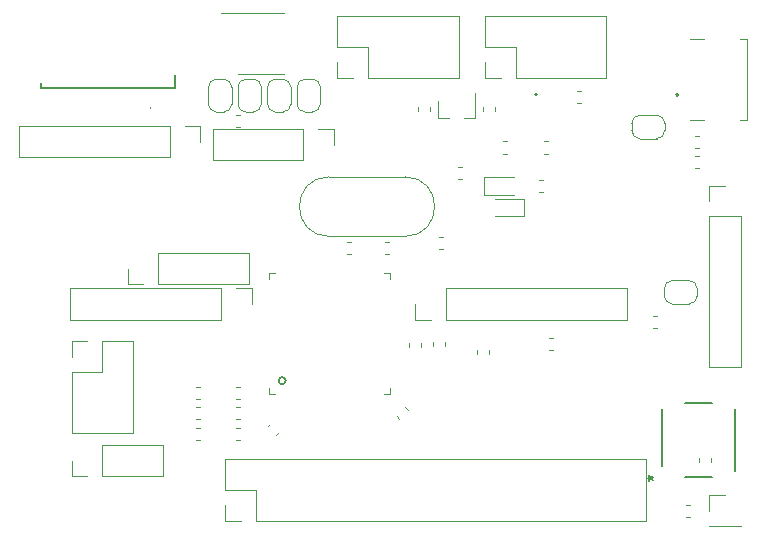
<source format=gbr>
G04 #@! TF.GenerationSoftware,KiCad,Pcbnew,(5.1.6)-1*
G04 #@! TF.CreationDate,2020-07-10T21:29:36-04:00*
G04 #@! TF.ProjectId,f1c200s,66316332-3030-4732-9e6b-696361645f70,rev?*
G04 #@! TF.SameCoordinates,Original*
G04 #@! TF.FileFunction,Legend,Top*
G04 #@! TF.FilePolarity,Positive*
%FSLAX46Y46*%
G04 Gerber Fmt 4.6, Leading zero omitted, Abs format (unit mm)*
G04 Created by KiCad (PCBNEW (5.1.6)-1) date 2020-07-10 21:29:36*
%MOMM*%
%LPD*%
G01*
G04 APERTURE LIST*
%ADD10C,0.120000*%
%ADD11C,0.150000*%
%ADD12C,0.200000*%
%ADD13C,0.152400*%
%ADD14C,0.100000*%
G04 APERTURE END LIST*
D10*
X233600000Y-43400000D02*
X233600000Y-42850000D01*
X233600000Y-42850000D02*
X234150000Y-42850000D01*
X243900000Y-43400000D02*
X243900000Y-42850000D01*
X243900000Y-42850000D02*
X243350000Y-42850000D01*
X243900000Y-52600000D02*
X243900000Y-53150000D01*
X243900000Y-53150000D02*
X243350000Y-53150000D01*
X233600000Y-52600000D02*
X233600000Y-53150000D01*
D11*
X235050000Y-52000000D02*
G75*
G03*
X235050000Y-52000000I-300000J0D01*
G01*
D10*
X234150000Y-53150000D02*
X233600000Y-53150000D01*
X238740000Y-39775000D02*
X245140000Y-39775000D01*
X238740000Y-34725000D02*
X245140000Y-34725000D01*
X245140000Y-39775000D02*
G75*
G03*
X245140000Y-34725000I0J2525000D01*
G01*
X238740000Y-39775000D02*
G75*
G02*
X238740000Y-34725000I0J2525000D01*
G01*
X233000000Y-20870000D02*
X229550000Y-20870000D01*
X233000000Y-20870000D02*
X234950000Y-20870000D01*
X233000000Y-25990000D02*
X231050000Y-25990000D01*
X233000000Y-25990000D02*
X234950000Y-25990000D01*
D12*
X256150000Y-27750000D02*
X256150000Y-27750000D01*
X256350000Y-27750000D02*
X256350000Y-27750000D01*
X256350000Y-27750000D02*
G75*
G03*
X256150000Y-27750000I-100000J0D01*
G01*
X256150000Y-27750000D02*
G75*
G03*
X256350000Y-27750000I100000J0D01*
G01*
D10*
X247920000Y-29760000D02*
X247920000Y-28300000D01*
X251080000Y-29760000D02*
X251080000Y-27600000D01*
X251080000Y-29760000D02*
X250150000Y-29760000D01*
X247920000Y-29760000D02*
X248850000Y-29760000D01*
D13*
X268832039Y-60124201D02*
X271175298Y-60124201D01*
X266875799Y-54387641D02*
X266875799Y-59192293D01*
X271175298Y-53875801D02*
X268824701Y-53875801D01*
X273124199Y-59612361D02*
X273124199Y-54387641D01*
D10*
X269703733Y-32260000D02*
X270046267Y-32260000D01*
X269703733Y-31240000D02*
X270046267Y-31240000D01*
X270046267Y-32990000D02*
X269703733Y-32990000D01*
X270046267Y-34010000D02*
X269703733Y-34010000D01*
X230828733Y-30510000D02*
X231171267Y-30510000D01*
X230828733Y-29490000D02*
X231171267Y-29490000D01*
X256856267Y-34990000D02*
X256513733Y-34990000D01*
X256856267Y-36010000D02*
X256513733Y-36010000D01*
X268953733Y-63510000D02*
X269296267Y-63510000D01*
X268953733Y-62490000D02*
X269296267Y-62490000D01*
X249633733Y-34920000D02*
X249976267Y-34920000D01*
X249633733Y-33900000D02*
X249976267Y-33900000D01*
X246510000Y-49171267D02*
X246510000Y-48828733D01*
X245490000Y-49171267D02*
X245490000Y-48828733D01*
X247490000Y-48703733D02*
X247490000Y-49046267D01*
X248510000Y-48703733D02*
X248510000Y-49046267D01*
X231171267Y-54240000D02*
X230828733Y-54240000D01*
X231171267Y-55260000D02*
X230828733Y-55260000D01*
X231171267Y-52490000D02*
X230828733Y-52490000D01*
X231171267Y-53510000D02*
X230828733Y-53510000D01*
X231171267Y-55990000D02*
X230828733Y-55990000D01*
X231171267Y-57010000D02*
X230828733Y-57010000D01*
X266450000Y-31500000D02*
X265050000Y-31500000D01*
X264350000Y-30800000D02*
X264350000Y-30200000D01*
X265050000Y-29500000D02*
X266450000Y-29500000D01*
X267150000Y-30200000D02*
X267150000Y-30800000D01*
X267150000Y-30800000D02*
G75*
G02*
X266450000Y-31500000I-700000J0D01*
G01*
X266450000Y-29500000D02*
G75*
G02*
X267150000Y-30200000I0J-700000D01*
G01*
X264350000Y-30200000D02*
G75*
G02*
X265050000Y-29500000I700000J0D01*
G01*
X265050000Y-31500000D02*
G75*
G02*
X264350000Y-30800000I0J700000D01*
G01*
X269200000Y-45500000D02*
X267800000Y-45500000D01*
X267100000Y-44800000D02*
X267100000Y-44200000D01*
X267800000Y-43500000D02*
X269200000Y-43500000D01*
X269900000Y-44200000D02*
X269900000Y-44800000D01*
X269900000Y-44800000D02*
G75*
G02*
X269200000Y-45500000I-700000J0D01*
G01*
X269200000Y-43500000D02*
G75*
G02*
X269900000Y-44200000I0J-700000D01*
G01*
X267100000Y-44200000D02*
G75*
G02*
X267800000Y-43500000I700000J0D01*
G01*
X267800000Y-45500000D02*
G75*
G02*
X267100000Y-44800000I0J700000D01*
G01*
X230500000Y-27150000D02*
X230500000Y-28550000D01*
X229800000Y-29250000D02*
X229200000Y-29250000D01*
X228500000Y-28550000D02*
X228500000Y-27150000D01*
X229200000Y-26450000D02*
X229800000Y-26450000D01*
X229800000Y-26450000D02*
G75*
G02*
X230500000Y-27150000I0J-700000D01*
G01*
X228500000Y-27150000D02*
G75*
G02*
X229200000Y-26450000I700000J0D01*
G01*
X229200000Y-29250000D02*
G75*
G02*
X228500000Y-28550000I0J700000D01*
G01*
X230500000Y-28550000D02*
G75*
G02*
X229800000Y-29250000I-700000J0D01*
G01*
X235500000Y-27150000D02*
X235500000Y-28550000D01*
X234800000Y-29250000D02*
X234200000Y-29250000D01*
X233500000Y-28550000D02*
X233500000Y-27150000D01*
X234200000Y-26450000D02*
X234800000Y-26450000D01*
X234800000Y-26450000D02*
G75*
G02*
X235500000Y-27150000I0J-700000D01*
G01*
X233500000Y-27150000D02*
G75*
G02*
X234200000Y-26450000I700000J0D01*
G01*
X234200000Y-29250000D02*
G75*
G02*
X233500000Y-28550000I0J700000D01*
G01*
X235500000Y-28550000D02*
G75*
G02*
X234800000Y-29250000I-700000J0D01*
G01*
X238000000Y-27150000D02*
X238000000Y-28550000D01*
X237300000Y-29250000D02*
X236700000Y-29250000D01*
X236000000Y-28550000D02*
X236000000Y-27150000D01*
X236700000Y-26450000D02*
X237300000Y-26450000D01*
X237300000Y-26450000D02*
G75*
G02*
X238000000Y-27150000I0J-700000D01*
G01*
X236000000Y-27150000D02*
G75*
G02*
X236700000Y-26450000I700000J0D01*
G01*
X236700000Y-29250000D02*
G75*
G02*
X236000000Y-28550000I0J700000D01*
G01*
X238000000Y-28550000D02*
G75*
G02*
X237300000Y-29250000I-700000J0D01*
G01*
X231000000Y-28550000D02*
X231000000Y-27150000D01*
X231700000Y-26450000D02*
X232300000Y-26450000D01*
X233000000Y-27150000D02*
X233000000Y-28550000D01*
X232300000Y-29250000D02*
X231700000Y-29250000D01*
X231700000Y-29250000D02*
G75*
G02*
X231000000Y-28550000I0J700000D01*
G01*
X233000000Y-28550000D02*
G75*
G02*
X232300000Y-29250000I-700000J0D01*
G01*
X232300000Y-26450000D02*
G75*
G02*
X233000000Y-27150000I0J-700000D01*
G01*
X231000000Y-27150000D02*
G75*
G02*
X231700000Y-26450000I700000J0D01*
G01*
X270920000Y-35470000D02*
X272250000Y-35470000D01*
X270920000Y-36800000D02*
X270920000Y-35470000D01*
X270920000Y-38070000D02*
X273580000Y-38070000D01*
X273580000Y-38070000D02*
X273580000Y-50830000D01*
X270920000Y-38070000D02*
X270920000Y-50830000D01*
X270920000Y-50830000D02*
X273580000Y-50830000D01*
X227830000Y-30420000D02*
X227830000Y-31750000D01*
X226500000Y-30420000D02*
X227830000Y-30420000D01*
X225230000Y-30420000D02*
X225230000Y-33080000D01*
X225230000Y-33080000D02*
X212470000Y-33080000D01*
X225230000Y-30420000D02*
X212470000Y-30420000D01*
X212470000Y-30420000D02*
X212470000Y-33080000D01*
D12*
X268200000Y-27700000D02*
X268200000Y-27700000D01*
X268200000Y-27900000D02*
X268200000Y-27900000D01*
D14*
X270500000Y-23050000D02*
X269300000Y-23050000D01*
X270500000Y-29950000D02*
X269300000Y-29950000D01*
X274150000Y-23050000D02*
X273500000Y-23050000D01*
X274150000Y-29950000D02*
X274150000Y-23050000D01*
X273500000Y-29950000D02*
X274150000Y-29950000D01*
D12*
X268200000Y-27900000D02*
G75*
G03*
X268200000Y-27700000I0J100000D01*
G01*
X268200000Y-27700000D02*
G75*
G03*
X268200000Y-27900000I0J-100000D01*
G01*
X223640570Y-28900000D02*
G75*
G03*
X223640570Y-28900000I-56570J0D01*
G01*
X214350000Y-27200000D02*
X214350000Y-26778000D01*
X225650000Y-27200000D02*
X225650000Y-26105000D01*
X214350000Y-27200000D02*
X225650000Y-27200000D01*
D10*
X239420000Y-26330000D02*
X239420000Y-25000000D01*
X240750000Y-26330000D02*
X239420000Y-26330000D01*
X239420000Y-23730000D02*
X239420000Y-21130000D01*
X242020000Y-23730000D02*
X239420000Y-23730000D01*
X242020000Y-26330000D02*
X242020000Y-23730000D01*
X239420000Y-21130000D02*
X249700000Y-21130000D01*
X242020000Y-26330000D02*
X249700000Y-26330000D01*
X249700000Y-26330000D02*
X249700000Y-21130000D01*
X270920000Y-61670000D02*
X272250000Y-61670000D01*
X270920000Y-63000000D02*
X270920000Y-61670000D01*
X270920000Y-64270000D02*
X273580000Y-64270000D01*
X273580000Y-64270000D02*
X273580000Y-64330000D01*
X270920000Y-64270000D02*
X270920000Y-64330000D01*
X270920000Y-64330000D02*
X273580000Y-64330000D01*
X232160000Y-44170000D02*
X232160000Y-45500000D01*
X230830000Y-44170000D02*
X232160000Y-44170000D01*
X229560000Y-44170000D02*
X229560000Y-46830000D01*
X229560000Y-46830000D02*
X216800000Y-46830000D01*
X229560000Y-44170000D02*
X216800000Y-44170000D01*
X216800000Y-44170000D02*
X216800000Y-46830000D01*
X251920000Y-26330000D02*
X251920000Y-25000000D01*
X253250000Y-26330000D02*
X251920000Y-26330000D01*
X251920000Y-23730000D02*
X251920000Y-21130000D01*
X254520000Y-23730000D02*
X251920000Y-23730000D01*
X254520000Y-26330000D02*
X254520000Y-23730000D01*
X251920000Y-21130000D02*
X262200000Y-21130000D01*
X254520000Y-26330000D02*
X262200000Y-26330000D01*
X262200000Y-26330000D02*
X262200000Y-21130000D01*
X239160000Y-30670000D02*
X239160000Y-32000000D01*
X237830000Y-30670000D02*
X239160000Y-30670000D01*
X236560000Y-30670000D02*
X236560000Y-33330000D01*
X236560000Y-33330000D02*
X228880000Y-33330000D01*
X236560000Y-30670000D02*
X228880000Y-30670000D01*
X228880000Y-30670000D02*
X228880000Y-33330000D01*
X216920000Y-60080000D02*
X216920000Y-58750000D01*
X218250000Y-60080000D02*
X216920000Y-60080000D01*
X219520000Y-60080000D02*
X219520000Y-57420000D01*
X219520000Y-57420000D02*
X224660000Y-57420000D01*
X219520000Y-60080000D02*
X224660000Y-60080000D01*
X224660000Y-60080000D02*
X224660000Y-57420000D01*
X216920000Y-48670000D02*
X218250000Y-48670000D01*
X216920000Y-50000000D02*
X216920000Y-48670000D01*
X219520000Y-48670000D02*
X222120000Y-48670000D01*
X219520000Y-51270000D02*
X219520000Y-48670000D01*
X216920000Y-51270000D02*
X219520000Y-51270000D01*
X222120000Y-48670000D02*
X222120000Y-56410000D01*
X216920000Y-51270000D02*
X216920000Y-56410000D01*
X216920000Y-56410000D02*
X222120000Y-56410000D01*
X246010000Y-46830000D02*
X246010000Y-45500000D01*
X247340000Y-46830000D02*
X246010000Y-46830000D01*
X248610000Y-46830000D02*
X248610000Y-44170000D01*
X248610000Y-44170000D02*
X263910000Y-44170000D01*
X248610000Y-46830000D02*
X263910000Y-46830000D01*
X263910000Y-46830000D02*
X263910000Y-44170000D01*
X221670000Y-43830000D02*
X221670000Y-42500000D01*
X223000000Y-43830000D02*
X221670000Y-43830000D01*
X224270000Y-43830000D02*
X224270000Y-41170000D01*
X224270000Y-41170000D02*
X231950000Y-41170000D01*
X224270000Y-43830000D02*
X231950000Y-43830000D01*
X231950000Y-43830000D02*
X231950000Y-41170000D01*
X229900000Y-63830000D02*
X229900000Y-62500000D01*
X231230000Y-63830000D02*
X229900000Y-63830000D01*
X229900000Y-61230000D02*
X229900000Y-58630000D01*
X232500000Y-61230000D02*
X229900000Y-61230000D01*
X232500000Y-63830000D02*
X232500000Y-61230000D01*
X229900000Y-58630000D02*
X265580000Y-58630000D01*
X232500000Y-63830000D02*
X265580000Y-63830000D01*
X265580000Y-63830000D02*
X265580000Y-58630000D01*
X251885000Y-36245000D02*
X254345000Y-36245000D01*
X251885000Y-34775000D02*
X251885000Y-36245000D01*
X254345000Y-34775000D02*
X251885000Y-34775000D01*
X255215000Y-36585000D02*
X252755000Y-36585000D01*
X255215000Y-38055000D02*
X255215000Y-36585000D01*
X252755000Y-38055000D02*
X255215000Y-38055000D01*
X252760000Y-29171267D02*
X252760000Y-28828733D01*
X251740000Y-29171267D02*
X251740000Y-28828733D01*
X257676267Y-48350000D02*
X257333733Y-48350000D01*
X257676267Y-49370000D02*
X257333733Y-49370000D01*
X266153733Y-47560000D02*
X266496267Y-47560000D01*
X266153733Y-46540000D02*
X266496267Y-46540000D01*
X243453733Y-41260000D02*
X243796267Y-41260000D01*
X243453733Y-40240000D02*
X243796267Y-40240000D01*
X240546267Y-40240000D02*
X240203733Y-40240000D01*
X240546267Y-41260000D02*
X240203733Y-41260000D01*
X248053733Y-40810000D02*
X248396267Y-40810000D01*
X248053733Y-39790000D02*
X248396267Y-39790000D01*
X246240000Y-28828733D02*
X246240000Y-29171267D01*
X247260000Y-28828733D02*
X247260000Y-29171267D01*
X259703733Y-28510000D02*
X260046267Y-28510000D01*
X259703733Y-27490000D02*
X260046267Y-27490000D01*
X244436989Y-54958238D02*
X244679198Y-55200447D01*
X245158238Y-54236989D02*
X245400447Y-54479198D01*
X253796267Y-31740000D02*
X253453733Y-31740000D01*
X253796267Y-32760000D02*
X253453733Y-32760000D01*
X252290000Y-49731267D02*
X252290000Y-49388733D01*
X251270000Y-49731267D02*
X251270000Y-49388733D01*
X256953733Y-32760000D02*
X257296267Y-32760000D01*
X256953733Y-31740000D02*
X257296267Y-31740000D01*
X271060000Y-58871267D02*
X271060000Y-58528733D01*
X270040000Y-58871267D02*
X270040000Y-58528733D01*
X233760480Y-55618271D02*
X233518271Y-55860480D01*
X234481729Y-56339520D02*
X234239520Y-56581729D01*
X227796267Y-54240000D02*
X227453733Y-54240000D01*
X227796267Y-55260000D02*
X227453733Y-55260000D01*
X227796267Y-52490000D02*
X227453733Y-52490000D01*
X227796267Y-53510000D02*
X227453733Y-53510000D01*
X227796267Y-55990000D02*
X227453733Y-55990000D01*
X227796267Y-57010000D02*
X227453733Y-57010000D01*
D11*
X265691079Y-60250001D02*
X265929175Y-60250001D01*
X265833937Y-60488096D02*
X265929175Y-60250001D01*
X265833937Y-60011905D01*
X266119651Y-60392858D02*
X265929175Y-60250001D01*
X266119651Y-60107143D01*
X265691079Y-60250001D02*
X265929175Y-60250001D01*
X265833937Y-60488096D02*
X265929175Y-60250001D01*
X265833937Y-60011905D01*
X266119651Y-60392858D02*
X265929175Y-60250001D01*
X266119651Y-60107143D01*
M02*

</source>
